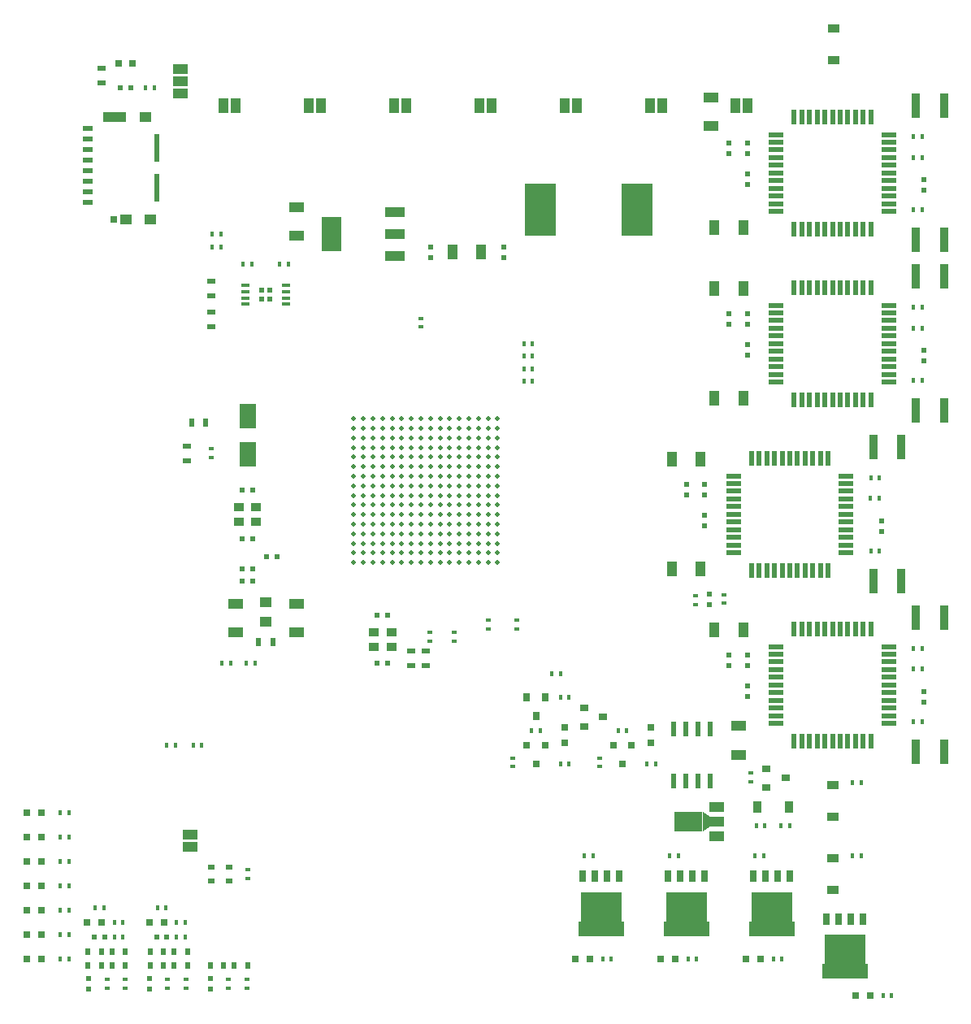
<source format=gtp>
G04 #@! TF.FileFunction,Paste,Top*
%FSLAX46Y46*%
G04 Gerber Fmt 4.6, Leading zero omitted, Abs format (unit mm)*
G04 Created by KiCad (PCBNEW 4.0.7) date 02/13/20 09:13:16*
%MOMM*%
%LPD*%
G01*
G04 APERTURE LIST*
%ADD10C,0.100000*%
%ADD11R,0.560000X1.600000*%
%ADD12R,1.600000X0.560000*%
%ADD13R,0.500000X0.600000*%
%ADD14R,1.000000X1.600000*%
%ADD15R,1.600000X1.000000*%
%ADD16R,0.800000X0.750000*%
%ADD17R,0.600000X0.500000*%
%ADD18R,1.250000X1.000000*%
%ADD19R,1.220000X0.910000*%
%ADD20R,0.797560X0.797560*%
%ADD21R,1.800860X2.499360*%
%ADD22R,1.500000X1.000000*%
%ADD23R,1.000000X1.500000*%
%ADD24R,0.500000X0.900000*%
%ADD25R,0.900000X0.500000*%
%ADD26R,3.200400X5.400040*%
%ADD27R,1.000000X0.500000*%
%ADD28R,2.390000X1.050000*%
%ADD29R,1.200000X1.050000*%
%ADD30R,1.200000X1.080000*%
%ADD31R,0.780000X0.720000*%
%ADD32R,0.550000X2.910000*%
%ADD33R,0.800100X0.800100*%
%ADD34R,4.700000X1.500000*%
%ADD35R,4.200000X3.100000*%
%ADD36R,0.700000X1.150000*%
%ADD37R,0.600000X0.400000*%
%ADD38R,0.400000X0.600000*%
%ADD39R,0.900000X2.500000*%
%ADD40R,2.032000X3.657600*%
%ADD41R,2.032000X1.016000*%
%ADD42R,0.600000X1.550000*%
%ADD43R,0.890000X0.420000*%
%ADD44R,0.504000X0.564000*%
%ADD45R,1.000000X0.900000*%
%ADD46R,1.501140X1.000760*%
%ADD47R,2.999740X1.998980*%
%ADD48R,0.600000X0.700000*%
%ADD49R,1.200000X0.900000*%
%ADD50R,0.700000X0.600000*%
%ADD51R,0.800000X0.800000*%
%ADD52R,0.800000X0.900000*%
%ADD53R,0.900000X0.800000*%
%ADD54R,0.900000X1.200000*%
%ADD55C,0.500380*%
G04 APERTURE END LIST*
D10*
D11*
X108395000Y-47760000D03*
X109195000Y-47760000D03*
X109995000Y-47760000D03*
X110795000Y-47760000D03*
X111595000Y-47760000D03*
X112395000Y-47760000D03*
X113195000Y-47760000D03*
X113995000Y-47760000D03*
X114795000Y-47760000D03*
X115595000Y-47760000D03*
X116395000Y-47760000D03*
D12*
X118245000Y-45910000D03*
X118245000Y-45110000D03*
X118245000Y-44310000D03*
X118245000Y-43510000D03*
X118245000Y-42710000D03*
X118245000Y-41910000D03*
X118245000Y-41110000D03*
X118245000Y-40310000D03*
X118245000Y-39510000D03*
X118245000Y-38710000D03*
X118245000Y-37910000D03*
D11*
X116395000Y-36060000D03*
X115595000Y-36060000D03*
X114795000Y-36060000D03*
X113995000Y-36060000D03*
X113195000Y-36060000D03*
X112395000Y-36060000D03*
X111595000Y-36060000D03*
X110795000Y-36060000D03*
X109995000Y-36060000D03*
X109195000Y-36060000D03*
X108395000Y-36060000D03*
D12*
X106545000Y-37910000D03*
X106545000Y-38710000D03*
X106545000Y-39510000D03*
X106545000Y-40310000D03*
X106545000Y-41110000D03*
X106545000Y-41910000D03*
X106545000Y-42710000D03*
X106545000Y-43510000D03*
X106545000Y-44310000D03*
X106545000Y-45110000D03*
X106545000Y-45910000D03*
D13*
X34889400Y-125815000D03*
X34889400Y-126915000D03*
X41200070Y-125815000D03*
X41200070Y-126915000D03*
X78105000Y-49615000D03*
X78105000Y-50715000D03*
X70485000Y-49615000D03*
X70485000Y-50715000D03*
D14*
X75795000Y-50165000D03*
X72795000Y-50165000D03*
D15*
X56515000Y-45490000D03*
X56515000Y-48490000D03*
D13*
X47560230Y-125815000D03*
X47560230Y-126915000D03*
D16*
X42750000Y-120000000D03*
X41250000Y-120000000D03*
D17*
X43050000Y-121500000D03*
X41950000Y-121500000D03*
X66050000Y-93000000D03*
X64950000Y-93000000D03*
X64950000Y-88000000D03*
X66050000Y-88000000D03*
X38185000Y-33020000D03*
X39285000Y-33020000D03*
D16*
X37985000Y-30480000D03*
X39485000Y-30480000D03*
D13*
X103505000Y-43095000D03*
X103505000Y-41995000D03*
X121920000Y-43730000D03*
X121920000Y-42630000D03*
D15*
X99695000Y-37060000D03*
X99695000Y-34060000D03*
D14*
X103100000Y-47625000D03*
X100100000Y-47625000D03*
D13*
X101600000Y-39920000D03*
X101600000Y-38820000D03*
X103505000Y-39920000D03*
X103505000Y-38820000D03*
X103505000Y-60875000D03*
X103505000Y-59775000D03*
X121920000Y-61510000D03*
X121920000Y-60410000D03*
D14*
X103100000Y-53975000D03*
X100100000Y-53975000D03*
X103100000Y-65405000D03*
X100100000Y-65405000D03*
D13*
X101600000Y-57700000D03*
X101600000Y-56600000D03*
X103505000Y-57700000D03*
X103505000Y-56600000D03*
X99060000Y-78655000D03*
X99060000Y-77555000D03*
X117475000Y-79290000D03*
X117475000Y-78190000D03*
D14*
X98655000Y-71755000D03*
X95655000Y-71755000D03*
X98655000Y-83185000D03*
X95655000Y-83185000D03*
D13*
X97155000Y-75480000D03*
X97155000Y-74380000D03*
X99060000Y-75480000D03*
X99060000Y-74380000D03*
X103505000Y-96435000D03*
X103505000Y-95335000D03*
X121920000Y-97070000D03*
X121920000Y-95970000D03*
D14*
X103100000Y-89535000D03*
X100100000Y-89535000D03*
D15*
X102605136Y-102531096D03*
X102605136Y-99531096D03*
D13*
X101600000Y-93260000D03*
X101600000Y-92160000D03*
X103505000Y-93260000D03*
X103505000Y-92160000D03*
D15*
X56515000Y-86765000D03*
X56515000Y-89765000D03*
D17*
X54525000Y-81915000D03*
X53425000Y-81915000D03*
D15*
X50165000Y-86765000D03*
X50165000Y-89765000D03*
D17*
X50885000Y-83185000D03*
X51985000Y-83185000D03*
D18*
X53340000Y-86630000D03*
X53340000Y-88630000D03*
D17*
X50885000Y-84455000D03*
X51985000Y-84455000D03*
D19*
X112395000Y-105680000D03*
X112395000Y-108950000D03*
D20*
X95999300Y-123825000D03*
X94500700Y-123825000D03*
X104889300Y-123825000D03*
X103390700Y-123825000D03*
X87109300Y-123825000D03*
X85610700Y-123825000D03*
D21*
X51435000Y-67216020D03*
X51435000Y-71213980D03*
D20*
X116319300Y-127635000D03*
X114820700Y-127635000D03*
X29959300Y-108585000D03*
X28460700Y-108585000D03*
X29959300Y-113665000D03*
X28460700Y-113665000D03*
X29959300Y-116205000D03*
X28460700Y-116205000D03*
X29959300Y-118745000D03*
X28460700Y-118745000D03*
X29959300Y-121285000D03*
X28460700Y-121285000D03*
X29959300Y-123825000D03*
X28460700Y-123825000D03*
D22*
X44450000Y-33655000D03*
X44450000Y-32385000D03*
X44450000Y-31115000D03*
D23*
X50175000Y-34925000D03*
X48905000Y-34925000D03*
X59065000Y-34925000D03*
X57795000Y-34925000D03*
X67955000Y-34925000D03*
X66685000Y-34925000D03*
X76845000Y-34925000D03*
X75575000Y-34925000D03*
X85735000Y-34925000D03*
X84465000Y-34925000D03*
X94625000Y-34925000D03*
X93355000Y-34925000D03*
X103515000Y-34925000D03*
X102245000Y-34925000D03*
D24*
X47105000Y-67945000D03*
X45605000Y-67945000D03*
D25*
X45085000Y-71870000D03*
X45085000Y-70370000D03*
X47625000Y-56400000D03*
X47625000Y-57900000D03*
X47625000Y-54725000D03*
X47625000Y-53225000D03*
X36195000Y-32500000D03*
X36195000Y-31000000D03*
X68500000Y-93250000D03*
X68500000Y-91750000D03*
X70000000Y-93250000D03*
X70000000Y-91750000D03*
D26*
X91996260Y-45720000D03*
X81993740Y-45720000D03*
D24*
X54090000Y-90805000D03*
X52590000Y-90805000D03*
D27*
X34790000Y-44960000D03*
X34790000Y-43860000D03*
X34790000Y-42760000D03*
X34790000Y-41660000D03*
X34790000Y-40560000D03*
X34790000Y-39460000D03*
X34790000Y-38360000D03*
X34790000Y-37260000D03*
D28*
X37595000Y-36085000D03*
D29*
X40780000Y-36085000D03*
X41350000Y-46735000D03*
D30*
X38740000Y-46735000D03*
D31*
X37470000Y-46735000D03*
D32*
X42025000Y-39265000D03*
X42025000Y-43455000D03*
D33*
X82450000Y-101499240D03*
X80550000Y-101499240D03*
X81500000Y-103498220D03*
X91450000Y-101499240D03*
X89550000Y-101499240D03*
X90500000Y-103498220D03*
D34*
X97155000Y-120650000D03*
D35*
X97155000Y-118350000D03*
D36*
X99055000Y-115175000D03*
X97785000Y-115175000D03*
X96515000Y-115175000D03*
X95245000Y-115175000D03*
D34*
X106045000Y-120650000D03*
D35*
X106045000Y-118350000D03*
D36*
X107945000Y-115175000D03*
X106675000Y-115175000D03*
X105405000Y-115175000D03*
X104135000Y-115175000D03*
D34*
X113665000Y-125095000D03*
D35*
X113665000Y-122795000D03*
D36*
X115565000Y-119620000D03*
X114295000Y-119620000D03*
X113025000Y-119620000D03*
X111755000Y-119620000D03*
D37*
X38699400Y-126815000D03*
X38699400Y-125915000D03*
X36794400Y-125915000D03*
X36794400Y-126815000D03*
D38*
X114485000Y-105410000D03*
X115385000Y-105410000D03*
X81050000Y-100000000D03*
X81950000Y-100000000D03*
X90050000Y-100000000D03*
X90950000Y-100000000D03*
X80250000Y-63600000D03*
X81150000Y-63600000D03*
X80250000Y-62300000D03*
X81150000Y-62300000D03*
D37*
X45010070Y-126815000D03*
X45010070Y-125915000D03*
X43105070Y-125915000D03*
X43105070Y-126815000D03*
X51370230Y-126815000D03*
X51370230Y-125915000D03*
X49465230Y-125915000D03*
X49465230Y-126815000D03*
D38*
X96335000Y-113030000D03*
X95435000Y-113030000D03*
X105225000Y-113030000D03*
X104325000Y-113030000D03*
D37*
X47625000Y-70670000D03*
X47625000Y-71570000D03*
D38*
X42050000Y-118500000D03*
X42950000Y-118500000D03*
X44950000Y-121500000D03*
X44050000Y-121500000D03*
X44950000Y-120000000D03*
X44050000Y-120000000D03*
X87445000Y-113030000D03*
X86545000Y-113030000D03*
D37*
X70400000Y-90700000D03*
X70400000Y-89800000D03*
D38*
X80250000Y-61000000D03*
X81150000Y-61000000D03*
X48650000Y-49600000D03*
X47750000Y-49600000D03*
X48650000Y-48300000D03*
X47750000Y-48300000D03*
X51885000Y-51435000D03*
X50985000Y-51435000D03*
X54795000Y-51435000D03*
X55695000Y-51435000D03*
D37*
X73000000Y-90700000D03*
X73000000Y-89800000D03*
D38*
X45760000Y-101500000D03*
X46660000Y-101500000D03*
X43010000Y-101500000D03*
X43910000Y-101500000D03*
D37*
X76500000Y-88500000D03*
X76500000Y-89400000D03*
X79500000Y-88500000D03*
X79500000Y-89400000D03*
X69500000Y-57950000D03*
X69500000Y-57050000D03*
D38*
X40825000Y-33020000D03*
X41725000Y-33020000D03*
X120835000Y-45720000D03*
X121735000Y-45720000D03*
D39*
X121105000Y-48895000D03*
X124005000Y-48895000D03*
D38*
X120835000Y-38100000D03*
X121735000Y-38100000D03*
D39*
X121105000Y-34925000D03*
X124005000Y-34925000D03*
D38*
X120835000Y-63500000D03*
X121735000Y-63500000D03*
D39*
X121105000Y-66675000D03*
X124005000Y-66675000D03*
D38*
X120835000Y-55880000D03*
X121735000Y-55880000D03*
D39*
X121105000Y-52705000D03*
X124005000Y-52705000D03*
D38*
X116390000Y-81280000D03*
X117290000Y-81280000D03*
D39*
X116660000Y-84455000D03*
X119560000Y-84455000D03*
D38*
X116390000Y-73660000D03*
X117290000Y-73660000D03*
D39*
X116660000Y-70485000D03*
X119560000Y-70485000D03*
D38*
X120835000Y-99060000D03*
X121735000Y-99060000D03*
D39*
X121105000Y-102235000D03*
X124005000Y-102235000D03*
D38*
X120835000Y-91440000D03*
X121735000Y-91440000D03*
D39*
X121105000Y-88265000D03*
X124005000Y-88265000D03*
D40*
X60198000Y-48260000D03*
D41*
X66802000Y-48260000D03*
X66802000Y-45974000D03*
X66802000Y-50546000D03*
D42*
X99655000Y-99860000D03*
X98385000Y-99860000D03*
X97115000Y-99860000D03*
X95845000Y-99860000D03*
X95845000Y-105260000D03*
X97115000Y-105260000D03*
X98385000Y-105260000D03*
X99655000Y-105260000D03*
D43*
X55445000Y-55585000D03*
X55445000Y-54935000D03*
X55445000Y-54285000D03*
X55445000Y-53635000D03*
X51235000Y-53635000D03*
X51235000Y-54285000D03*
X51235000Y-54935000D03*
X51235000Y-55585000D03*
D44*
X52920000Y-54140000D03*
X52920000Y-55080000D03*
X53760000Y-54140000D03*
X53760000Y-55080000D03*
D11*
X108395000Y-65540000D03*
X109195000Y-65540000D03*
X109995000Y-65540000D03*
X110795000Y-65540000D03*
X111595000Y-65540000D03*
X112395000Y-65540000D03*
X113195000Y-65540000D03*
X113995000Y-65540000D03*
X114795000Y-65540000D03*
X115595000Y-65540000D03*
X116395000Y-65540000D03*
D12*
X118245000Y-63690000D03*
X118245000Y-62890000D03*
X118245000Y-62090000D03*
X118245000Y-61290000D03*
X118245000Y-60490000D03*
X118245000Y-59690000D03*
X118245000Y-58890000D03*
X118245000Y-58090000D03*
X118245000Y-57290000D03*
X118245000Y-56490000D03*
X118245000Y-55690000D03*
D11*
X116395000Y-53840000D03*
X115595000Y-53840000D03*
X114795000Y-53840000D03*
X113995000Y-53840000D03*
X113195000Y-53840000D03*
X112395000Y-53840000D03*
X111595000Y-53840000D03*
X110795000Y-53840000D03*
X109995000Y-53840000D03*
X109195000Y-53840000D03*
X108395000Y-53840000D03*
D12*
X106545000Y-55690000D03*
X106545000Y-56490000D03*
X106545000Y-57290000D03*
X106545000Y-58090000D03*
X106545000Y-58890000D03*
X106545000Y-59690000D03*
X106545000Y-60490000D03*
X106545000Y-61290000D03*
X106545000Y-62090000D03*
X106545000Y-62890000D03*
X106545000Y-63690000D03*
D11*
X103950000Y-83320000D03*
X104750000Y-83320000D03*
X105550000Y-83320000D03*
X106350000Y-83320000D03*
X107150000Y-83320000D03*
X107950000Y-83320000D03*
X108750000Y-83320000D03*
X109550000Y-83320000D03*
X110350000Y-83320000D03*
X111150000Y-83320000D03*
X111950000Y-83320000D03*
D12*
X113800000Y-81470000D03*
X113800000Y-80670000D03*
X113800000Y-79870000D03*
X113800000Y-79070000D03*
X113800000Y-78270000D03*
X113800000Y-77470000D03*
X113800000Y-76670000D03*
X113800000Y-75870000D03*
X113800000Y-75070000D03*
X113800000Y-74270000D03*
X113800000Y-73470000D03*
D11*
X111950000Y-71620000D03*
X111150000Y-71620000D03*
X110350000Y-71620000D03*
X109550000Y-71620000D03*
X108750000Y-71620000D03*
X107950000Y-71620000D03*
X107150000Y-71620000D03*
X106350000Y-71620000D03*
X105550000Y-71620000D03*
X104750000Y-71620000D03*
X103950000Y-71620000D03*
D12*
X102100000Y-73470000D03*
X102100000Y-74270000D03*
X102100000Y-75070000D03*
X102100000Y-75870000D03*
X102100000Y-76670000D03*
X102100000Y-77470000D03*
X102100000Y-78270000D03*
X102100000Y-79070000D03*
X102100000Y-79870000D03*
X102100000Y-80670000D03*
X102100000Y-81470000D03*
D11*
X108395000Y-101100000D03*
X109195000Y-101100000D03*
X109995000Y-101100000D03*
X110795000Y-101100000D03*
X111595000Y-101100000D03*
X112395000Y-101100000D03*
X113195000Y-101100000D03*
X113995000Y-101100000D03*
X114795000Y-101100000D03*
X115595000Y-101100000D03*
X116395000Y-101100000D03*
D12*
X118245000Y-99250000D03*
X118245000Y-98450000D03*
X118245000Y-97650000D03*
X118245000Y-96850000D03*
X118245000Y-96050000D03*
X118245000Y-95250000D03*
X118245000Y-94450000D03*
X118245000Y-93650000D03*
X118245000Y-92850000D03*
X118245000Y-92050000D03*
X118245000Y-91250000D03*
D11*
X116395000Y-89400000D03*
X115595000Y-89400000D03*
X114795000Y-89400000D03*
X113995000Y-89400000D03*
X113195000Y-89400000D03*
X112395000Y-89400000D03*
X111595000Y-89400000D03*
X110795000Y-89400000D03*
X109995000Y-89400000D03*
X109195000Y-89400000D03*
X108395000Y-89400000D03*
D12*
X106545000Y-91250000D03*
X106545000Y-92050000D03*
X106545000Y-92850000D03*
X106545000Y-93650000D03*
X106545000Y-94450000D03*
X106545000Y-95250000D03*
X106545000Y-96050000D03*
X106545000Y-96850000D03*
X106545000Y-97650000D03*
X106545000Y-98450000D03*
X106545000Y-99250000D03*
D45*
X66425000Y-89725000D03*
X64575000Y-89725000D03*
X64575000Y-91275000D03*
X66425000Y-91275000D03*
X50510000Y-78245000D03*
X52360000Y-78245000D03*
X52360000Y-76695000D03*
X50510000Y-76695000D03*
D46*
X100351660Y-111001140D03*
X100351660Y-109500000D03*
X100351660Y-107998860D03*
D47*
X97400180Y-109500000D03*
D10*
G36*
X98874650Y-108499240D02*
X99623950Y-108999620D01*
X99623950Y-110000380D01*
X98874650Y-110500760D01*
X98874650Y-108499240D01*
X98874650Y-108499240D01*
G37*
D13*
X99600000Y-86850000D03*
X99600000Y-85750000D03*
D48*
X37300000Y-124500000D03*
X38700000Y-124500000D03*
X34800000Y-124500000D03*
X36200000Y-124500000D03*
X43800000Y-124500000D03*
X45200000Y-124500000D03*
X41300000Y-124500000D03*
X42700000Y-124500000D03*
X48950000Y-124500000D03*
X47550000Y-124500000D03*
X51450000Y-124500000D03*
X50050000Y-124500000D03*
X43800000Y-123000000D03*
X45200000Y-123000000D03*
X41300000Y-123000000D03*
X42700000Y-123000000D03*
D37*
X98100000Y-85950000D03*
X98100000Y-86850000D03*
X101100000Y-85850000D03*
X101100000Y-86750000D03*
D38*
X84950000Y-96500000D03*
X84050000Y-96500000D03*
D16*
X36250000Y-120000000D03*
X34750000Y-120000000D03*
D17*
X36550000Y-121500000D03*
X35450000Y-121500000D03*
D48*
X37300000Y-123000000D03*
X38700000Y-123000000D03*
X34800000Y-123000000D03*
X36200000Y-123000000D03*
D20*
X29959300Y-111125000D03*
X28460700Y-111125000D03*
D38*
X114485000Y-113030000D03*
X115385000Y-113030000D03*
X35550000Y-118500000D03*
X36450000Y-118500000D03*
X38450000Y-121500000D03*
X37550000Y-121500000D03*
X80250000Y-59700000D03*
X81150000Y-59700000D03*
X104450000Y-109900000D03*
X105350000Y-109900000D03*
X38450000Y-120000000D03*
X37550000Y-120000000D03*
X98240000Y-123825000D03*
X97340000Y-123825000D03*
X107130000Y-123825000D03*
X106230000Y-123825000D03*
X89350000Y-123825000D03*
X88450000Y-123825000D03*
X117660000Y-127635000D03*
X118560000Y-127635000D03*
X32835000Y-108585000D03*
X31935000Y-108585000D03*
X32835000Y-113665000D03*
X31935000Y-113665000D03*
X32835000Y-116205000D03*
X31935000Y-116205000D03*
X32835000Y-118745000D03*
X31935000Y-118745000D03*
X32835000Y-121285000D03*
X31935000Y-121285000D03*
X32835000Y-123825000D03*
X31935000Y-123825000D03*
X32835000Y-111125000D03*
X31935000Y-111125000D03*
D34*
X88265000Y-120650000D03*
D35*
X88265000Y-118350000D03*
D36*
X90165000Y-115175000D03*
X88895000Y-115175000D03*
X87625000Y-115175000D03*
X86355000Y-115175000D03*
D19*
X112395000Y-113300000D03*
X112395000Y-116570000D03*
D17*
X50885000Y-80010000D03*
X51985000Y-80010000D03*
X51985000Y-74930000D03*
X50885000Y-74930000D03*
D37*
X51435000Y-114485000D03*
X51435000Y-115385000D03*
D38*
X49700000Y-93000000D03*
X48800000Y-93000000D03*
X52200000Y-93000000D03*
X51300000Y-93000000D03*
D49*
X112500000Y-30150000D03*
X112500000Y-26850000D03*
D50*
X47625000Y-114235000D03*
X47625000Y-115635000D03*
X49530000Y-115635000D03*
X49530000Y-114235000D03*
D51*
X84500000Y-101300000D03*
X84500000Y-99700000D03*
X93500000Y-101300000D03*
X93500000Y-99700000D03*
D38*
X84950000Y-103500000D03*
X84050000Y-103500000D03*
X93950000Y-103500000D03*
X93050000Y-103500000D03*
D52*
X82450000Y-96500000D03*
X80550000Y-96500000D03*
X81500000Y-98500000D03*
D53*
X86500000Y-97650000D03*
X86500000Y-99550000D03*
X88500000Y-98600000D03*
D37*
X79100000Y-102850000D03*
X79100000Y-103750000D03*
D38*
X83150000Y-94100000D03*
X84050000Y-94100000D03*
D37*
X88100000Y-102850000D03*
X88100000Y-103750000D03*
D38*
X121750000Y-40300000D03*
X120850000Y-40300000D03*
X121750000Y-58100000D03*
X120850000Y-58100000D03*
X117250000Y-75800000D03*
X116350000Y-75800000D03*
X121750000Y-93600000D03*
X120850000Y-93600000D03*
D53*
X105500000Y-104000000D03*
X105500000Y-105900000D03*
X107500000Y-104950000D03*
D37*
X103900000Y-105350000D03*
X103900000Y-104450000D03*
D38*
X107950000Y-109900000D03*
X107050000Y-109900000D03*
D54*
X107850000Y-108000000D03*
X104550000Y-108000000D03*
D55*
X62505551Y-82506791D03*
X62505551Y-81506031D03*
X62505551Y-80505271D03*
X62505551Y-79507051D03*
X62505551Y-78506291D03*
X62505551Y-77505531D03*
X62505551Y-76507311D03*
X62505551Y-75506551D03*
X62505551Y-74505791D03*
X62505551Y-73505031D03*
X62505551Y-72506811D03*
X62505551Y-71506051D03*
X62505551Y-70505291D03*
X62505551Y-69507071D03*
X62505551Y-68506311D03*
X62505551Y-67505551D03*
X63506311Y-82506791D03*
X64507071Y-82506791D03*
X65505291Y-82506791D03*
X66506051Y-82506791D03*
X67506811Y-82506791D03*
X68505031Y-82506791D03*
X69505791Y-82506791D03*
X70506551Y-82506791D03*
X63506311Y-67505551D03*
X63506311Y-68506311D03*
X63506311Y-69507071D03*
X63506311Y-70505291D03*
X63506311Y-71506051D03*
X63506311Y-72506811D03*
X63506311Y-73505031D03*
X63506311Y-74505791D03*
X63506311Y-75506551D03*
X63506311Y-76507311D03*
X63506311Y-77505531D03*
X63506311Y-78506291D03*
X63506311Y-81506031D03*
X63506311Y-80505271D03*
X63506311Y-79507051D03*
X64507071Y-81506031D03*
X64507071Y-80505271D03*
X64507071Y-79507051D03*
X64507071Y-78506291D03*
X64507071Y-77505531D03*
X64507071Y-76507311D03*
X64507071Y-75506551D03*
X64507071Y-74505791D03*
X65505291Y-81506031D03*
X65505291Y-80505271D03*
X65505291Y-79507051D03*
X65505291Y-78506291D03*
X65505291Y-77505531D03*
X65505291Y-76507311D03*
X65505291Y-75506551D03*
X65505291Y-74505791D03*
X66506051Y-81506031D03*
X66506051Y-80505271D03*
X66506051Y-79507051D03*
X64507071Y-73505031D03*
X65505291Y-73505031D03*
X64507071Y-72506811D03*
X65505291Y-72506811D03*
X65505291Y-71506051D03*
X64507071Y-71506051D03*
X64507071Y-70505291D03*
X64507071Y-69507071D03*
X65505291Y-69507071D03*
X65505291Y-70505291D03*
X64507071Y-68506311D03*
X65505291Y-68506311D03*
X65505291Y-67505551D03*
X64507071Y-67505551D03*
X66506051Y-70505291D03*
X67506811Y-70505291D03*
X68505031Y-70505291D03*
X68505031Y-69507071D03*
X67506811Y-69507071D03*
X66506051Y-69507071D03*
X66506051Y-68506311D03*
X67506811Y-68506311D03*
X68505031Y-68506311D03*
X68505031Y-67505551D03*
X67506811Y-67505551D03*
X66506051Y-67505551D03*
X67506811Y-81506031D03*
X67506811Y-80505271D03*
X67506811Y-79507051D03*
X68505031Y-79507051D03*
X68505031Y-80505271D03*
X68505031Y-81506031D03*
X69505791Y-81506031D03*
X69505791Y-80505271D03*
X69505791Y-79507051D03*
X70506551Y-79507051D03*
X70506551Y-80505271D03*
X70506551Y-81506031D03*
X71507311Y-82506791D03*
X71507311Y-81506031D03*
X71507311Y-80505271D03*
X71507311Y-79507051D03*
X72505531Y-79507051D03*
X72505531Y-80505271D03*
X72505531Y-81506031D03*
X72505531Y-82506791D03*
X73506291Y-82506791D03*
X73506291Y-81506031D03*
X73506291Y-80505271D03*
X73506291Y-79507051D03*
X74507051Y-79507051D03*
X75505271Y-79507051D03*
X76506031Y-79507051D03*
X76506031Y-80505271D03*
X75505271Y-80505271D03*
X74507051Y-80505271D03*
X74507051Y-81506031D03*
X75505271Y-81506031D03*
X76506031Y-81506031D03*
X74507051Y-82506791D03*
X75505271Y-82506791D03*
X76506031Y-82506791D03*
X77506791Y-82506791D03*
X77506791Y-81506031D03*
X77506791Y-80505271D03*
X77506791Y-79507051D03*
X66506051Y-75506551D03*
X66506051Y-76507311D03*
X66506051Y-77505531D03*
X66506051Y-78506291D03*
X67506811Y-78506291D03*
X67506811Y-77505531D03*
X67506811Y-76507311D03*
X67506811Y-75506551D03*
X68505031Y-78506291D03*
X68505031Y-77505531D03*
X68505031Y-76507311D03*
X68505031Y-75506551D03*
X69505791Y-78506291D03*
X69505791Y-77505531D03*
X69505791Y-76507311D03*
X69505791Y-75506551D03*
X70506551Y-78506291D03*
X70506551Y-77505531D03*
X70506551Y-76507311D03*
X70506551Y-75506551D03*
X71507311Y-78506291D03*
X71507311Y-77505531D03*
X71507311Y-76507311D03*
X71507311Y-75506551D03*
X72505531Y-78506291D03*
X72505531Y-77505531D03*
X72505531Y-76507311D03*
X72505531Y-75506551D03*
X73506291Y-78506291D03*
X73506291Y-77505531D03*
X73506291Y-76507311D03*
X75505271Y-78506291D03*
X75505271Y-77505531D03*
X76506031Y-78506291D03*
X76506031Y-77505531D03*
X77506791Y-78506291D03*
X77506791Y-77505531D03*
X73506291Y-75506551D03*
X74507051Y-78506291D03*
X74507051Y-77505531D03*
X74507051Y-76507311D03*
X75505271Y-72506811D03*
X75505271Y-73505031D03*
X75505271Y-74505791D03*
X75505271Y-75506551D03*
X75505271Y-76507311D03*
X76506031Y-76507311D03*
X76506031Y-75506551D03*
X76506031Y-74505791D03*
X76506031Y-73505031D03*
X76506031Y-72506811D03*
X77506791Y-76507311D03*
X77506791Y-75506551D03*
X77506791Y-74505791D03*
X77506791Y-73505031D03*
X77506791Y-72506811D03*
X74507051Y-75506551D03*
X66506051Y-74505791D03*
X66506051Y-73505031D03*
X66506051Y-72506811D03*
X66506051Y-71506051D03*
X75505271Y-71506051D03*
X67506811Y-74505791D03*
X67506811Y-73505031D03*
X67506811Y-72506811D03*
X67506811Y-71506051D03*
X70506551Y-74505791D03*
X68505031Y-71506051D03*
X68505031Y-72506811D03*
X68505031Y-73505031D03*
X68505031Y-74505791D03*
X76506031Y-71506051D03*
X77506791Y-71506051D03*
X69505791Y-74505791D03*
X69505791Y-73505031D03*
X69505791Y-72506811D03*
X69505791Y-71506051D03*
X70506551Y-73505031D03*
X70506551Y-72506811D03*
X70506551Y-71506051D03*
X69505791Y-70505291D03*
X70506551Y-70505291D03*
X71507311Y-70505291D03*
X72505531Y-70505291D03*
X73506291Y-70505291D03*
X74507051Y-70505291D03*
X75505271Y-70505291D03*
X76506031Y-70505291D03*
X77506791Y-70505291D03*
X74507051Y-74505791D03*
X73506291Y-74505791D03*
X72505531Y-74505791D03*
X71507311Y-74505791D03*
X71507311Y-73505031D03*
X72505531Y-73505031D03*
X73506291Y-73505031D03*
X74507051Y-73505031D03*
X77506791Y-69507071D03*
X76506031Y-69507071D03*
X75505271Y-69507071D03*
X74507051Y-69507071D03*
X73506291Y-69507071D03*
X72505531Y-69507071D03*
X71507311Y-69507071D03*
X70506551Y-69507071D03*
X69505791Y-69507071D03*
X69505791Y-68506311D03*
X70506551Y-68506311D03*
X71507311Y-68506311D03*
X72505531Y-68506311D03*
X73506291Y-68506311D03*
X74507051Y-68506311D03*
X75505271Y-68506311D03*
X76506031Y-68506311D03*
X77506791Y-68506311D03*
X74507051Y-72506811D03*
X73506291Y-72506811D03*
X72505531Y-72506811D03*
X71507311Y-72506811D03*
X71507311Y-71506051D03*
X72505531Y-71506051D03*
X73506291Y-71506051D03*
X74507051Y-71506051D03*
X77506791Y-67505551D03*
X76506031Y-67505551D03*
X75505271Y-67505551D03*
X74507051Y-67505551D03*
X73506291Y-67505551D03*
X72505531Y-67505551D03*
X71507311Y-67505551D03*
X70506551Y-67505551D03*
X69505791Y-67505551D03*
D22*
X45500000Y-110855000D03*
X45500000Y-112125000D03*
M02*

</source>
